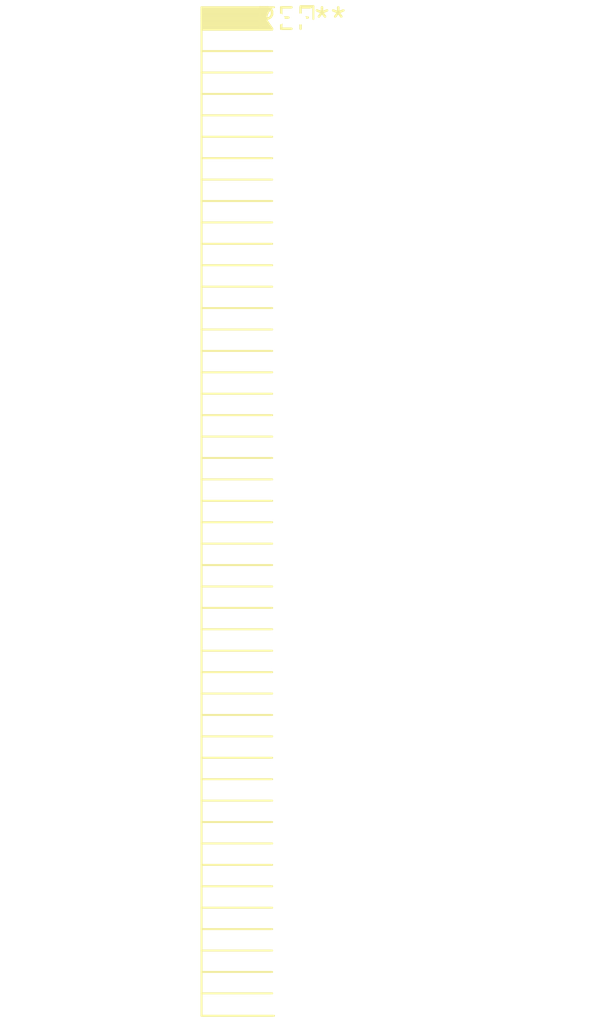
<source format=kicad_pcb>
(kicad_pcb (version 20240108) (generator pcbnew)
  (layers (0 "F.Cu" signal) (31 "B.Cu" signal) (34 "B.Paste" user) (35 "F.Paste" user) (36 "B.SilkS" user "B.Silkscreen") (37 "F.SilkS" user "F.Silkscreen") (38 "B.Mask" user) (39 "F.Mask" user) (44 "Edge.Cuts" user))
  (net 0 "")
  (footprint "PinSocket_2x47_P1.27mm_Horizontal" (layer "F.Cu") (at 0 0)
    (property "Reference" "REF**")
    (property "Value" "PinSocket_2x47_P1.27mm_Horizontal")
    (fp_line (start -5.88 -0.695) (end -5.88 59.115) (layer "F.SilkS") (stroke (width 0.12)))
    (fp_line (start -5.88 -0.695) (end -1.57753 -0.695) (layer "F.SilkS") (stroke (width 0.12)))
    (fp_line (start -5.88 -0.575) (end -1.766966 -0.575) (layer "F.SilkS") (stroke (width 0.12)))
    (fp_line (start -5.88 -0.465) (end -1.871145 -0.465) (layer "F.SilkS") (stroke (width 0.12)))
    (fp_line (start -5.88 -0.355) (end -1.941993 -0.355) (layer "F.SilkS") (stroke (width 0.12)))
    (fp_line (start -5.88 -0.245) (end -1.989427 -0.245) (layer "F.SilkS") (stroke (width 0.12)))
    (fp_line (start -5.88 -0.135) (end -2.017914 -0.135) (layer "F.SilkS") (stroke (width 0.12)))
    (fp_line (start -5.88 -0.025) (end -2.029589 -0.025) (layer "F.SilkS") (stroke (width 0.12)))
    (fp_line (start -5.88 0.085) (end -2.025232 0.085) (layer "F.SilkS") (stroke (width 0.12)))
    (fp_line (start -5.88 0.195) (end -2.004558 0.195) (layer "F.SilkS") (stroke (width 0.12)))
    (fp_line (start -5.88 0.305) (end -1.966114 0.305) (layer "F.SilkS") (stroke (width 0.12)))
    (fp_line (start -5.88 0.415) (end -1.906691 0.415) (layer "F.SilkS") (stroke (width 0.12)))
    (fp_line (start -5.88 0.525) (end -1.819523 0.525) (layer "F.SilkS") (stroke (width 0.12)))
    (fp_line (start -5.88 0.635) (end -1.687582 0.635) (layer "F.SilkS") (stroke (width 0.12)))
    (fp_line (start -5.88 1.905) (end -1.687582 1.905) (layer "F.SilkS") (stroke (width 0.12)))
    (fp_line (start -5.88 3.175) (end -1.687582 3.175) (layer "F.SilkS") (stroke (width 0.12)))
    (fp_line (start -5.88 4.445) (end -1.687582 4.445) (layer "F.SilkS") (stroke (width 0.12)))
    (fp_line (start -5.88 5.715) (end -1.687582 5.715) (layer "F.SilkS") (stroke (width 0.12)))
    (fp_line (start -5.88 6.985) (end -1.687582 6.985) (layer "F.SilkS") (stroke (width 0.12)))
    (fp_line (start -5.88 8.255) (end -1.687582 8.255) (layer "F.SilkS") (stroke (width 0.12)))
    (fp_line (start -5.88 9.525) (end -1.687582 9.525) (layer "F.SilkS") (stroke (width 0.12)))
    (fp_line (start -5.88 10.795) (end -1.687582 10.795) (layer "F.SilkS") (stroke (width 0.12)))
    (fp_line (start -5.88 12.065) (end -1.687582 12.065) (layer "F.SilkS") (stroke (width 0.12)))
    (fp_line (start -5.88 13.335) (end -1.687582 13.335) (layer "F.SilkS") (stroke (width 0.12)))
    (fp_line (start -5.88 14.605) (end -1.687582 14.605) (layer "F.SilkS") (stroke (width 0.12)))
    (fp_line (start -5.88 15.875) (end -1.687582 15.875) (layer "F.SilkS") (stroke (width 0.12)))
    (fp_line (start -5.88 17.145) (end -1.687582 17.145) (layer "F.SilkS") (stroke (width 0.12)))
    (fp_line (start -5.88 18.415) (end -1.687582 18.415) (layer "F.SilkS") (stroke (width 0.12)))
    (fp_line (start -5.88 19.685) (end -1.687582 19.685) (layer "F.SilkS") (stroke (width 0.12)))
    (fp_line (start -5.88 20.955) (end -1.687582 20.955) (layer "F.SilkS") (stroke (width 0.12)))
    (fp_line (start -5.88 22.225) (end -1.687582 22.225) (layer "F.SilkS") (stroke (width 0.12)))
    (fp_line (start -5.88 23.495) (end -1.687582 23.495) (layer "F.SilkS") (stroke (width 0.12)))
    (fp_line (start -5.88 24.765) (end -1.687582 24.765) (layer "F.SilkS") (stroke (width 0.12)))
    (fp_line (start -5.88 26.035) (end -1.687582 26.035) (layer "F.SilkS") (stroke (width 0.12)))
    (fp_line (start -5.88 27.305) (end -1.687582 27.305) (layer "F.SilkS") (stroke (width 0.12)))
    (fp_line (start -5.88 28.575) (end -1.687582 28.575) (layer "F.SilkS") (stroke (width 0.12)))
    (fp_line (start -5.88 29.845) (end -1.687582 29.845) (layer "F.SilkS") (stroke (width 0.12)))
    (fp_line (start -5.88 31.115) (end -1.687582 31.115) (layer "F.SilkS") (stroke (width 0.12)))
    (fp_line (start -5.88 32.385) (end -1.687582 32.385) (layer "F.SilkS") (stroke (width 0.12)))
    (fp_line (start -5.88 33.655) (end -1.687582 33.655) (layer "F.SilkS") (stroke (width 0.12)))
    (fp_line (start -5.88 34.925) (end -1.687582 34.925) (layer "F.SilkS") (stroke (width 0.12)))
    (fp_line (start -5.88 36.195) (end -1.687582 36.195) (layer "F.SilkS") (stroke (width 0.12)))
    (fp_line (start -5.88 37.465) (end -1.687582 37.465) (layer "F.SilkS") (stroke (width 0.12)))
    (fp_line (start -5.88 38.735) (end -1.687582 38.735) (layer "F.SilkS") (stroke (width 0.12)))
    (fp_line (start -5.88 40.005) (end -1.687582 40.005) (layer "F.SilkS") (stroke (width 0.12)))
    (fp_line (start -5.88 41.275) (end -1.687582 41.275) (layer "F.SilkS") (stroke (width 0.12)))
    (fp_line (start -5.88 42.545) (end -1.687582 42.545) (layer "F.SilkS") (stroke (width 0.12)))
    (fp_line (start -5.88 43.815) (end -1.687582 43.815) (layer "F.SilkS") (stroke (width 0.12)))
    (fp_line (start -5.88 45.085) (end -1.687582 45.085) (layer "F.SilkS") (stroke (width 0.12)))
    (fp_line (start -5.88 46.355) (end -1.687582 46.355) (layer "F.SilkS") (stroke (width 0.12)))
    (fp_line (start -5.88 47.625) (end -1.687582 47.625) (layer "F.SilkS") (stroke (width 0.12)))
    (fp_line (start -5.88 48.895) (end -1.687582 48.895) (layer "F.SilkS") (stroke (width 0.12)))
    (fp_line (start -5.88 50.165) (end -1.687582 50.165) (layer "F.SilkS") (stroke (width 0.12)))
    (fp_line (start -5.88 51.435) (end -1.687582 51.435) (layer "F.SilkS") (stroke (width 0.12)))
    (fp_line (start -5.88 52.705) (end -1.687582 52.705) (layer "F.SilkS") (stroke (width 0.12)))
    (fp_line (start -5.88 53.975) (end -1.687582 53.975) (layer "F.SilkS") (stroke (width 0.12)))
    (fp_line (start -5.88 55.245) (end -1.687582 55.245) (layer "F.SilkS") (stroke (width 0.12)))
    (fp_line (start -5.88 56.515) (end -1.687582 56.515) (layer "F.SilkS") (stroke (width 0.12)))
    (fp_line (start -5.88 57.785) (end -1.687582 57.785) (layer "F.SilkS") (stroke (width 0.12)))
    (fp_line (start -5.88 59.115) (end -1.57753 59.115) (layer "F.SilkS") (stroke (width 0.12)))
    (fp_line (start 0 -0.76) (end 0.76 -0.76) (layer "F.SilkS") (stroke (width 0.12)))
    (fp_line (start 0.76 -0.76) (end 0.76 0) (layer "F.SilkS") (stroke (width 0.12)))
    (pad "1" thru_hole rect (at 0 0) (size 1 1) (drill 0.65) (layers *.Cu *.Mask) (remove_unused_layers))
    (pad "2" thru_hole oval (at -1.27 0) (size 1 1) (drill 0.65) (layers *.Cu *.Mask) (remove_unused_layers))
    (pad "3" thru_hole oval (at 0 1.27) (size 1 1) (drill 0.65) (layers *.Cu *.Mask) (remove_unused_layers))
    (pad "4" thru_hole oval (at -1.27 1.27) (size 1 1) (drill 0.65) (layers *.Cu *.Mask) (remove_unused_layers))
    (pad "5" thru_hole oval (at 0 2.54) (size 1 1) (drill 0.65) (layers *.Cu *.Mask) (remove_unused_layers))
    (pad "6" thru_hole oval (at -1.27 2.54) (size 1 1) (drill 0.65) (layers *.Cu *.Mask) (remove_unused_layers))
    (pad "7" thru_hole oval (at 0 3.81) (size 1 1) (drill 0.65) (layers *.Cu *.Mask) (remove_unused_layers))
    (pad "8" thru_hole oval (at -1.27 3.81) (size 1 1) (drill 0.65) (layers *.Cu *.Mask) (remove_unused_layers))
    (pad "9" thru_hole oval (at 0 5.08) (size 1 1) (drill 0.65) (layers *.Cu *.Mask) (remove_unused_layers))
    (pad "10" thru_hole oval (at -1.27 5.08) (size 1 1) (drill 0.65) (layers *.Cu *.Mask) (remove_unused_layers))
    (pad "11" thru_hole oval (at 0 6.35) (size 1 1) (drill 0.65) (layers *.Cu *.Mask) (remove_unused_layers))
    (pad "12" thru_hole oval (at -1.27 6.35) (size 1 1) (drill 0.65) (layers *.Cu *.Mask) (remove_unused_layers))
    (pad "13" thru_hole oval (at 0 7.62) (size 1 1) (drill 0.65) (layers *.Cu *.Mask) (remove_unused_layers))
    (pad "14" thru_hole oval (at -1.27 7.62) (size 1 1) (drill 0.65) (layers *.Cu *.Mask) (remove_unused_layers))
    (pad "15" thru_hole oval (at 0 8.89) (size 1 1) (drill 0.65) (layers *.Cu *.Mask) (remove_unused_layers))
    (pad "16" thru_hole oval (at -1.27 8.89) (size 1 1) (drill 0.65) (layers *.Cu *.Mask) (remove_unused_layers))
    (pad "17" thru_hole oval (at 0 10.16) (size 1 1) (drill 0.65) (layers *.Cu *.Mask) (remove_unused_layers))
    (pad "18" thru_hole oval (at -1.27 10.16) (size 1 1) (drill 0.65) (layers *.Cu *.Mask) (remove_unused_layers))
    (pad "19" thru_hole oval (at 0 11.43) (size 1 1) (drill 0.65) (layers *.Cu *.Mask) (remove_unused_layers))
    (pad "20" thru_hole oval (at -1.27 11.43) (size 1 1) (drill 0.65) (layers *.Cu *.Mask) (remove_unused_layers))
    (pad "21" thru_hole oval (at 0 12.7) (size 1 1) (drill 0.65) (layers *.Cu *.Mask) (remove_unused_layers))
    (pad "22" thru_hole oval (at -1.27 12.7) (size 1 1) (drill 0.65) (layers *.Cu *.Mask) (remove_unused_layers))
    (pad "23" thru_hole oval (at 0 13.97) (size 1 1) (drill 0.65) (layers *.Cu *.Mask) (remove_unused_layers))
    (pad "24" thru_hole oval (at -1.27 13.97) (size 1 1) (drill 0.65) (layers *.Cu *.Mask) (remove_unused_layers))
    (pad "25" thru_hole oval (at 0 15.24) (size 1 1) (drill 0.65) (layers *.Cu *.Mask) (remove_unused_layers))
    (pad "26" thru_hole oval (at -1.27 15.24) (size 1 1) (drill 0.65) (layers *.Cu *.Mask) (remove_unused_layers))
    (pad "27" thru_hole oval (at 0 16.51) (size 1 1) (drill 0.65) (layers *.Cu *.Mask) (remove_unused_layers))
    (pad "28" thru_hole oval (at -1.27 16.51) (size 1 1) (drill 0.65) (layers *.Cu *.Mask) (remove_unused_layers))
    (pad "29" thru_hole oval (at 0 17.78) (size 1 1) (drill 0.65) (layers *.Cu *.Mask) (remove_unused_layers))
    (pad "30" thru_hole oval (at -1.27 17.78) (size 1 1) (drill 0.65) (layers *.Cu *.Mask) (remove_unused_layers))
    (pad "31" thru_hole oval (at 0 19.05) (size 1 1) (drill 0.65) (layers *.Cu *.Mask) (remove_unused_layers))
    (pad "32" thru_hole oval (at -1.27 19.05) (size 1 1) (drill 0.65) (layers *.Cu *.Mask) (remove_unused_layers))
    (pad "33" thru_hole oval (at 0 20.32) (size 1 1) (drill 0.65) (layers *.Cu *.Mask) (remove_unused_layers))
    (pad "34" thru_hole oval (at -1.27 20.32) (size 1 1) (drill 0.65) (layers *.Cu *.Mask) (remove_unused_layers))
    (pad "35" thru_hole oval (at 0 21.59) (size 1 1) (drill 0.65) (layers *.Cu *.Mask) (remove_unused_layers))
    (pad "36" thru_hole oval (at -1.27 21.59) (size 1 1) (drill 0.65) (layers *.Cu *.Mask) (remove_unused_layers))
    (pad "37" thru_hole oval (at 0 22.86) (size 1 1) (drill 0.65) (layers *.Cu *.Mask) (remove_unused_layers))
    (pad "38" thru_hole oval (at -1.27 22.86) (size 1 1) (drill 0.65) (layers *.Cu *.Mask) (remove_unused_layers))
    (pad "39" thru_hole oval (at 0 24.13) (size 1 1) (drill 0.65) (layers *.Cu *.Mask) (remove_unused_layers))
    (pad "40" thru_hole oval (at -1.27 24.13) (size 1 1) (drill 0.65) (layers *.Cu *.Mask) (remove_unused_layers))
    (pad "41" thru_hole oval (at 0 25.4) (size 1 1) (drill 0.65) (layers *.Cu *.Mask) (remove_unused_layers))
    (pad "42" thru_hole oval (at -1.27 25.4) (size 1 1) (drill 0.65) (layers *.Cu *.Mask) (remove_unused_layers))
    (pad "43" thru_hole oval (at 0 26.67) (size 1 1) (drill 0.65) (layers *.Cu *.Mask) (remove_unused_layers))
    (pad "44" thru_hole oval (at -1.27 26.67) (size 1 1) (drill 0.65) (layers *.Cu *.Mask) (remove_unused_layers))
    (pad "45" thru_hole oval (at 0 27.94) (size 1 1) (drill 0.65) (layers *.Cu *.Mask) (remove_unused_layers))
    (pad "46" thru_hole oval (at -1.27 27.94) (size 1 1) (drill 0.65) (layers *.Cu *.Mask) (remove_unused_layers))
    (pad "47" thru_hole oval (at 0 29.21) (size 1 1) (drill 0.65) (layers *.Cu *.Mask) (remove_unused_layers))
    (pad "48" thru_hole oval (at -1.27 29.21) (size 1 1) (drill 0.65) (layers *.Cu *.Mask) (remove_unused_layers))
    (pad "49" thru_hole oval (at 0 30.48) (size 1 1) (drill 0.65) (layers *.Cu *.Mask) (remove_unused_layers))
    (pad "50" thru_hole oval (at -1.27 30.48) (size 1 1) (drill 0.65) (layers *.Cu *.Mask) (remove_unused_layers))
    (pad "51" thru_hole oval (at 0 31.75) (size 1 1) (drill 0.65) (layers *.Cu *.Mask) (remove_unused_layers))
    (pad "52" thru_hole oval (at -1.27 31.75) (size 1 1) (drill 0.65) (layers *.Cu *.Mask) (remove_unused_layers))
    (pad "53" thru_hole oval (at 0 33.02) (size 1 1) (drill 0.65) (layers *.Cu *.Mask) (remove_unused_layers))
    (pad "54" thru_hole oval (at -1.27 33.02) (size 1 1) (drill 0.65) (layers *.Cu *.Mask) (remove_unused_layers))
    (pad "55" thru_hole oval (at 0 34.29) (size 1 1) (drill 0.65) (layers *.Cu *.Mask) (remove_unused_layers))
    (pad "56" thru_hole oval (at -1.27 34.29) (size 1 1) (drill 0.65) (layers *.Cu *.Mask) (remove_unused_layers))
    (pad "57" thru_hole oval (at 0 35.56) (size 1 1) (drill 0.65) (layers *.Cu *.Mask) (remove_unused_layers))
    (pad "58" thru_hole oval (at -1.27 35.56) (size 1 1) (drill 0.65) (layers *.Cu *.Mask) (remove_unused_layers))
    (pad "59" thru_hole oval (at 0 36.83) (size 1 1) (drill 0.65) (layers *.Cu *.Mask) (remove_unused_layers))
    (pad "60" thru_hole oval (at -1.27 36.83) (size 1 1) (drill 0.65) (layers *.Cu *.Mask) (remove_unused_layers))
    (pad "61" thru_hole oval (at 0 38.1) (size 1 1) (drill 0.65) (layers *.Cu *.Mask) (remove_unused_layers))
    (pad "62" thru_hole oval (at -1.27 38.1) (size 1 1) (drill 0.65) (layers *.Cu *.Mask) (remove_unused_layers))
    (pad "63" thru_hole oval (at 0 39.37) (size 1 1) (drill 0.65) (layers *.Cu *.Mask) (remove_unused_layers))
    (pad "64" thru_hole oval (at -1.27 39.37) (size 1 1) (drill 0.65) (layers *.Cu *.Mask) (remove_unused_layers))
    (pad "65" thru_hole oval (at 0 40.64) (size 1 1) (drill 0.65) (layers *.Cu *.Mask) (remove_unused_layers))
    (pad "66" thru_hole oval (at -1.27 40.64) (size 1 1) (drill 0.65) (layers *.Cu *.Mask) (remove_unused_layers))
    (pad "67" thru_hole oval (at 0 41.91) (size 1 1) (drill 0.65) (layers *.Cu *.Mask) (remove_unused_layers))
    (pad "68" thru_hole oval (at -1.27 41.91) (size 1 1) (drill 0.65) (layers *.Cu *.Mask) (remove_unused_layers))
    (pad "69" thru_hole oval (at 0 43.18) (size 1 1) (drill 0.65) (layers *.Cu *.Mask) (remove_unused_layers))
    (pad "70" thru_hole oval (at -1.27 43.18) (size 1 1) (drill 0.65) (layers *.Cu *.Mask) (remove_unused_layers))
    (pad "71" thru_hole oval (at 0 44.45) (size 1 1) (drill 0.65) (layers *.Cu *.Mask) (remove_unused_layers))
    (pad "72" thru_hole oval (at -1.27 44.45) (size 1 1) (drill 0.65) (layers *.Cu *.Mask) (remove_unused_layers))
    (pad "73" thru_hole oval (at 0 45.72) (size 1 1) (drill 0.65) (layers *.Cu *.Mask) (remove_unused_layers))
    (pad "74" thru_hole oval (at -1.27 45.72) (size 1 1) (drill 0.65) (layers *.Cu *.Mask) (remove_unused_layers))
    (pad "75" thru_hole oval (at 0 46.99) (size 1 1) (drill 0.65) (layers *.Cu *.Mask) (remove_unused_layers))
    (pad "76" thru_hole oval (at -1.27 46.99) (size 1 1) (drill 0.65) (layers *.Cu *.Mask) (remove_unused_layers))
    (pad "77" thru_hole oval (at 0 48.26) (size 1 1) (drill 0.65) (layers *.Cu *.Mask) (remove_unused_layers))
    (pad "78" thru_hole oval (at -1.27 48.26) (size 1 1) (drill 0.65) (layers *.Cu *.Mask) (remove_unused_layers))
    (pad "79" thru_hole oval (at 0 49.53) (size 1 1) (drill 0.65) (layers *.Cu *.Mask) (remove_unused_layers))
    (pad "80" thru_hole oval (at -1.27 49.53) (size 1 1) (drill 0.65) (layers *.Cu *.Mask) (remove_unused_layers))
    (pad "81" thru_hole oval (at 0 50.8) (size 1 1) (drill 0.65) (layers *.Cu *.Mask) (remove_unused_layers))
    (pad "82" thru_hole oval (at -1.27 50.8) (size 1 1) (drill 0.65) (layers *.Cu *.Mask) (remove_unused_layers))
    (pad "83" thru_hole oval (at 0 52.07) (size 1 1) (drill 0.65) (layers *.Cu *.Mask) (remove_unused_layers))
    (pad "84" thru_hole oval (at -1.27 52.07) (size 1 1) (drill 0.65) (layers *.Cu *.Mask) (remove_unused_layers))
    (pad "85" thru_hole oval (at 0 53.34) (size 1 1) (drill 0.65) (layers *.Cu *.Mask) (remove_unused_layers))
    (pad "86" thru_hole oval (at -1.27 53.34) (size 1 1) (drill 0.65) (layers *.Cu *.Mask) (remove_unused_layers))
    (pad "87" thru_hole oval (at 0 54.61) (size 1 1) (drill 0.65) (layers *.Cu *.Mask) (remove_unused_layers))
    (pad "88" thru_hole oval (at -1.27 54.61) (size 1 1) (drill 0.65) (layers *.Cu *.Mask) (remove_unused_layers))
    (pad "89" thru_hole oval (at 0 55.88) (size 1 1) (drill 0.65) (layers *.Cu *.Mask) (remove_unused_layers))
    (pad "90" thru_hole oval (at -1.27 55.88) (size 1 1) (drill 0.65) (layers *.Cu *.Mask) (remove_unused_layers))
    (pad "91" thru_hole oval (at 0 57.15) (size 1 1) (drill 0.65) (layers *.Cu *.Mask) (remove_unused_layers))
    (pad "92" thru_hole oval (at -1.27 57.15) (size 1 1) (drill 0.65) (layers *.Cu *.Mask) (remove_unused_layers))
    (pad "93" thru_hole oval (at 0 58.42) (size 1 1) (drill 0.65) (layers *.Cu *.Mask) (remove_unused_layers))
    (pad "94" thru_hole oval (at -1.27 58.42) (size 1 1) (drill 0.65) (layers *.Cu *.Mask) (remove_unused_layers))
  )
)
</source>
